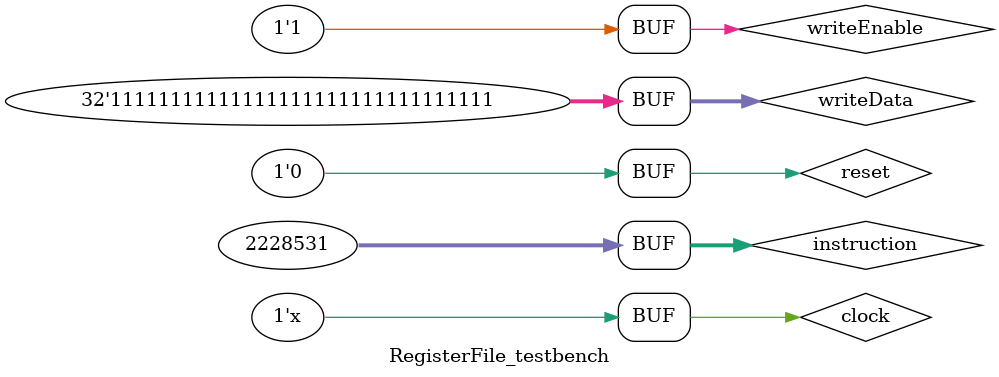
<source format=v>
`timescale 1ns / 1ps

module RegisterFile_testbench();
    reg clock, reset, writeEnable;
    reg [31:0] instruction, writeData;
    wire [31:0] rs1Data, rs2Data;
    wire writeBackComplete;

    // Instantiate the RegisterFile module
    RegisterFile dut(
        .clock(clock),
        .reset(reset),
        .writeEnable(writeEnable),
        .instruction(instruction),
        .writeData(writeData),
        .rs1Data(rs1Data),
        .rs2Data(rs2Data),
        .writeBackComplete(writeBackComplete)
    );

    initial begin
        clock = 0;
        reset = 1;
        writeEnable = 0;
    end

    always #5 clock = ~clock;

    initial begin
        #5 instruction = 32'b000000000000_00110_00111_000_00010_0110011; // Example instruction
        #5 reset = 0;
        #5 writeData = 32'hffffffff;
        #5 writeEnable = 1;
        #5 instruction = 32'b000000000000_00010_00100_000_00010_0110011; // Another example instruction
        // Additional test cases can be added here
    end
endmodule

</source>
